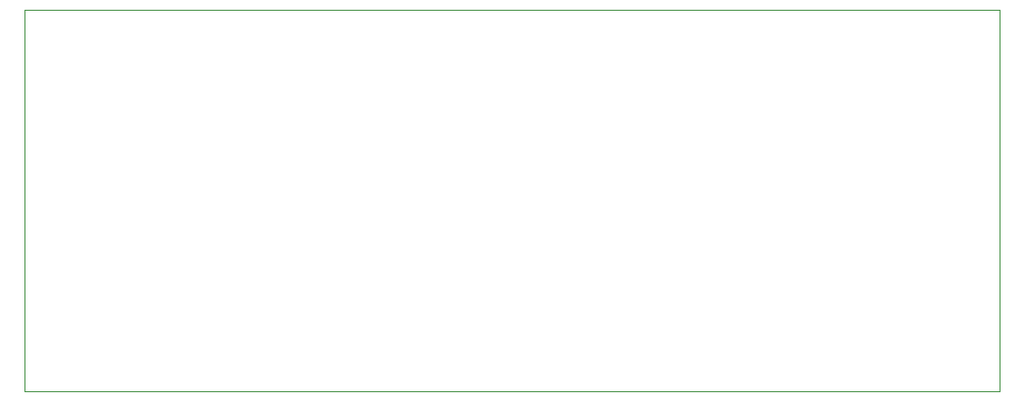
<source format=gbr>
G04 #@! TF.GenerationSoftware,KiCad,Pcbnew,(6.0.0-0)*
G04 #@! TF.CreationDate,2022-04-14T23:47:32-05:00*
G04 #@! TF.ProjectId,kbxIrBlaster,6b627849-7242-46c6-9173-7465722e6b69,rev?*
G04 #@! TF.SameCoordinates,Original*
G04 #@! TF.FileFunction,Profile,NP*
%FSLAX46Y46*%
G04 Gerber Fmt 4.6, Leading zero omitted, Abs format (unit mm)*
G04 Created by KiCad (PCBNEW (6.0.0-0)) date 2022-04-14 23:47:32*
%MOMM*%
%LPD*%
G01*
G04 APERTURE LIST*
G04 #@! TA.AperFunction,Profile*
%ADD10C,0.050000*%
G04 #@! TD*
G04 APERTURE END LIST*
D10*
X118745000Y-97155000D02*
X203091481Y-97155000D01*
X203091481Y-97155000D02*
X203091481Y-64135000D01*
X203091481Y-64135000D02*
X118745000Y-64135000D01*
X118745000Y-64135000D02*
X118745000Y-97155000D01*
M02*

</source>
